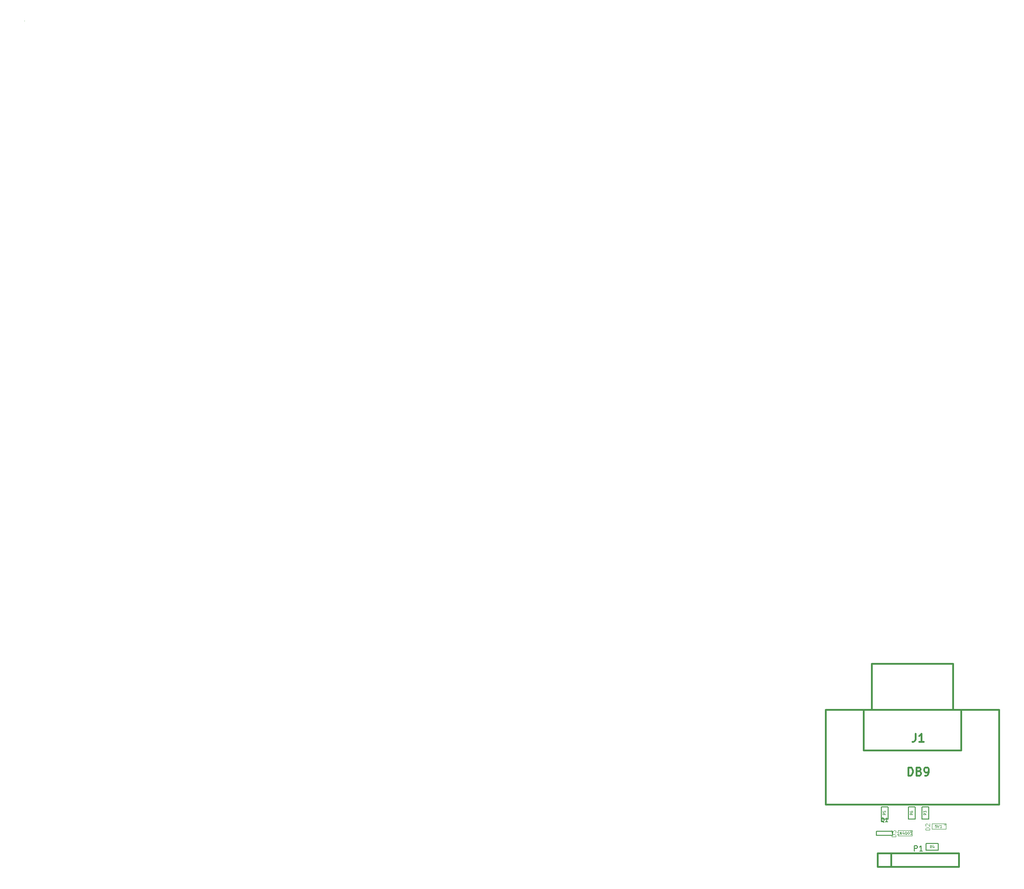
<source format=gto>
G04 (created by PCBNEW (2013-may-18)-stable) date Fri 27 Mar 2015 08:27:45 PM IRDT*
%MOIN*%
G04 Gerber Fmt 3.4, Leading zero omitted, Abs format*
%FSLAX34Y34*%
G01*
G70*
G90*
G04 APERTURE LIST*
%ADD10C,0.00590551*%
%ADD11C,0.005*%
%ADD12C,0.012*%
%ADD13C,0.0031*%
%ADD14C,2.75591e-07*%
%ADD15C,0.0045*%
%ADD16C,0.0047*%
%ADD17C,0.0039*%
%ADD18C,0.0075*%
%ADD19C,0.008*%
G04 APERTURE END LIST*
G54D10*
G54D11*
X65750Y-58050D02*
X65750Y-58950D01*
X65750Y-58950D02*
X65250Y-58950D01*
X65250Y-58950D02*
X65250Y-58050D01*
X65250Y-58050D02*
X65750Y-58050D01*
X66550Y-60750D02*
X67450Y-60750D01*
X67450Y-60750D02*
X67450Y-61250D01*
X67450Y-61250D02*
X66550Y-61250D01*
X66550Y-61250D02*
X66550Y-60750D01*
X63750Y-58050D02*
X63750Y-58950D01*
X63750Y-58950D02*
X63250Y-58950D01*
X63250Y-58950D02*
X63250Y-58050D01*
X63250Y-58050D02*
X63750Y-58050D01*
X66750Y-58050D02*
X66750Y-58950D01*
X66750Y-58950D02*
X66250Y-58950D01*
X66250Y-58950D02*
X66250Y-58050D01*
X66250Y-58050D02*
X66750Y-58050D01*
G54D12*
X59150Y-57900D02*
X71950Y-57900D01*
X71950Y-57900D02*
X71950Y-50900D01*
X71950Y-50900D02*
X59150Y-50900D01*
X59150Y-50900D02*
X59150Y-57900D01*
X61950Y-50900D02*
X61950Y-53900D01*
X61950Y-53900D02*
X69150Y-53900D01*
X69150Y-53900D02*
X69150Y-50900D01*
X62550Y-50900D02*
X62550Y-47500D01*
X62550Y-47500D02*
X68550Y-47500D01*
X68550Y-47500D02*
X68550Y-50900D01*
G54D13*
X65525Y-59862D02*
G75*
G03X65525Y-59862I-62J0D01*
G74*
G01*
X64500Y-60200D02*
X64500Y-59800D01*
X65525Y-60200D02*
X65525Y-59800D01*
X64500Y-59800D02*
X65525Y-59800D01*
X65525Y-60200D02*
X64500Y-60200D01*
X68025Y-59362D02*
G75*
G03X68025Y-59362I-62J0D01*
G74*
G01*
X67000Y-59700D02*
X67000Y-59300D01*
X68025Y-59700D02*
X68025Y-59300D01*
X67000Y-59300D02*
X68025Y-59300D01*
X68025Y-59700D02*
X67000Y-59700D01*
G54D11*
X62900Y-59850D02*
X64100Y-59850D01*
X64100Y-59850D02*
X64100Y-60150D01*
X64100Y-60150D02*
X62900Y-60150D01*
X62900Y-60150D02*
X62900Y-59850D01*
G54D12*
X63000Y-62500D02*
X63000Y-61500D01*
X63000Y-61500D02*
X69000Y-61500D01*
X69000Y-61500D02*
X69000Y-62500D01*
X69000Y-62500D02*
X63000Y-62500D01*
X64000Y-62500D02*
X64000Y-61500D01*
G54D14*
X0Y0D02*
X0Y0D01*
X0Y0D01*
X0Y0D01*
X0Y0D01*
X0Y0D01*
X0Y0D01*
X0Y0D01*
X0Y0D01*
X0Y0D01*
X0Y0D01*
X0Y0D01*
X0Y0D01*
X0Y0D01*
X0Y0D01*
X0Y0D01*
X0Y0D01*
X0Y0D01*
X0Y0D01*
X0Y0D01*
X0Y0D02*
X0Y0D01*
X0Y0D02*
X0Y0D01*
X0Y0D02*
X0Y0D01*
X0Y0D01*
X0Y0D01*
X0Y0D01*
X0Y0D01*
X0Y0D01*
X0Y0D01*
X0Y0D01*
X0Y0D01*
X0Y0D02*
X0Y0D01*
X0Y0D01*
X0Y0D01*
X0Y0D01*
X0Y0D01*
X0Y0D01*
X0Y0D01*
X0Y0D01*
X0Y0D01*
X0Y0D01*
X0Y0D01*
X0Y0D01*
X0Y0D01*
X0Y0D01*
X0Y0D01*
X0Y0D01*
X0Y0D01*
X0Y0D01*
X0Y0D02*
X0Y0D01*
X0Y0D01*
X0Y0D02*
X0Y0D01*
X0Y0D02*
X0Y0D01*
X0Y0D01*
X0Y0D02*
X0Y0D01*
X0Y0D01*
X0Y0D02*
X0Y0D01*
X0Y0D02*
X0Y0D01*
X0Y0D01*
X0Y0D02*
X0Y0D01*
X0Y0D01*
X0Y0D02*
X0Y0D01*
X0Y0D02*
X0Y0D01*
X0Y0D01*
X0Y0D02*
X0Y0D01*
X0Y0D01*
G54D15*
X65580Y-58530D02*
X65485Y-58590D01*
X65580Y-58632D02*
X65380Y-58632D01*
X65380Y-58564D01*
X65390Y-58547D01*
X65400Y-58538D01*
X65419Y-58530D01*
X65447Y-58530D01*
X65466Y-58538D01*
X65476Y-58547D01*
X65485Y-58564D01*
X65485Y-58632D01*
X65380Y-58375D02*
X65380Y-58410D01*
X65390Y-58427D01*
X65400Y-58435D01*
X65428Y-58452D01*
X65466Y-58461D01*
X65542Y-58461D01*
X65561Y-58452D01*
X65571Y-58444D01*
X65580Y-58427D01*
X65580Y-58392D01*
X65571Y-58375D01*
X65561Y-58367D01*
X65542Y-58358D01*
X65495Y-58358D01*
X65476Y-58367D01*
X65466Y-58375D01*
X65457Y-58392D01*
X65457Y-58427D01*
X65466Y-58444D01*
X65476Y-58452D01*
X65495Y-58461D01*
X66970Y-61080D02*
X66910Y-60985D01*
X66867Y-61080D02*
X66867Y-60880D01*
X66935Y-60880D01*
X66952Y-60890D01*
X66961Y-60900D01*
X66970Y-60919D01*
X66970Y-60947D01*
X66961Y-60966D01*
X66952Y-60976D01*
X66935Y-60985D01*
X66867Y-60985D01*
X67124Y-60947D02*
X67124Y-61080D01*
X67081Y-60871D02*
X67038Y-61014D01*
X67150Y-61014D01*
X63580Y-58530D02*
X63485Y-58590D01*
X63580Y-58632D02*
X63380Y-58632D01*
X63380Y-58564D01*
X63390Y-58547D01*
X63400Y-58538D01*
X63419Y-58530D01*
X63447Y-58530D01*
X63466Y-58538D01*
X63476Y-58547D01*
X63485Y-58564D01*
X63485Y-58632D01*
X63380Y-58367D02*
X63380Y-58452D01*
X63476Y-58461D01*
X63466Y-58452D01*
X63457Y-58435D01*
X63457Y-58392D01*
X63466Y-58375D01*
X63476Y-58367D01*
X63495Y-58358D01*
X63542Y-58358D01*
X63561Y-58367D01*
X63571Y-58375D01*
X63580Y-58392D01*
X63580Y-58435D01*
X63571Y-58452D01*
X63561Y-58461D01*
X66580Y-58530D02*
X66485Y-58590D01*
X66580Y-58632D02*
X66380Y-58632D01*
X66380Y-58564D01*
X66390Y-58547D01*
X66400Y-58538D01*
X66419Y-58530D01*
X66447Y-58530D01*
X66466Y-58538D01*
X66476Y-58547D01*
X66485Y-58564D01*
X66485Y-58632D01*
X66380Y-58470D02*
X66380Y-58358D01*
X66457Y-58418D01*
X66457Y-58392D01*
X66466Y-58375D01*
X66476Y-58367D01*
X66495Y-58358D01*
X66542Y-58358D01*
X66561Y-58367D01*
X66571Y-58375D01*
X66580Y-58392D01*
X66580Y-58444D01*
X66571Y-58461D01*
X66561Y-58470D01*
G54D12*
X65800Y-52642D02*
X65800Y-53071D01*
X65771Y-53157D01*
X65714Y-53214D01*
X65628Y-53242D01*
X65571Y-53242D01*
X66400Y-53242D02*
X66057Y-53242D01*
X66228Y-53242D02*
X66228Y-52642D01*
X66171Y-52728D01*
X66114Y-52785D01*
X66057Y-52814D01*
X65257Y-55742D02*
X65257Y-55142D01*
X65400Y-55142D01*
X65485Y-55171D01*
X65542Y-55228D01*
X65571Y-55285D01*
X65600Y-55400D01*
X65600Y-55485D01*
X65571Y-55600D01*
X65542Y-55657D01*
X65485Y-55714D01*
X65400Y-55742D01*
X65257Y-55742D01*
X66057Y-55428D02*
X66142Y-55457D01*
X66171Y-55485D01*
X66200Y-55542D01*
X66200Y-55628D01*
X66171Y-55685D01*
X66142Y-55714D01*
X66085Y-55742D01*
X65857Y-55742D01*
X65857Y-55142D01*
X66057Y-55142D01*
X66114Y-55171D01*
X66142Y-55200D01*
X66171Y-55257D01*
X66171Y-55314D01*
X66142Y-55371D01*
X66114Y-55400D01*
X66057Y-55428D01*
X65857Y-55428D01*
X66485Y-55742D02*
X66600Y-55742D01*
X66657Y-55714D01*
X66685Y-55685D01*
X66742Y-55600D01*
X66771Y-55485D01*
X66771Y-55257D01*
X66742Y-55200D01*
X66714Y-55171D01*
X66657Y-55142D01*
X66542Y-55142D01*
X66485Y-55171D01*
X66457Y-55200D01*
X66428Y-55257D01*
X66428Y-55400D01*
X66457Y-55457D01*
X66485Y-55485D01*
X66542Y-55514D01*
X66657Y-55514D01*
X66714Y-55485D01*
X66742Y-55457D01*
X66771Y-55400D01*
G54D16*
X64334Y-60260D02*
X64034Y-60260D01*
X64034Y-60189D01*
X64048Y-60146D01*
X64077Y-60117D01*
X64105Y-60103D01*
X64163Y-60089D01*
X64205Y-60089D01*
X64263Y-60103D01*
X64291Y-60117D01*
X64320Y-60146D01*
X64334Y-60189D01*
X64334Y-60260D01*
X64034Y-59989D02*
X64034Y-59803D01*
X64148Y-59903D01*
X64148Y-59860D01*
X64163Y-59831D01*
X64177Y-59817D01*
X64205Y-59803D01*
X64277Y-59803D01*
X64305Y-59817D01*
X64320Y-59831D01*
X64334Y-59860D01*
X64334Y-59946D01*
X64320Y-59974D01*
X64305Y-59989D01*
G54D17*
X64552Y-60079D02*
X64440Y-60079D01*
X64496Y-60079D02*
X64496Y-59882D01*
X64477Y-59910D01*
X64459Y-59929D01*
X64440Y-59939D01*
X64637Y-60079D02*
X64637Y-59882D01*
X64749Y-60079D01*
X64749Y-59882D01*
X64928Y-59948D02*
X64928Y-60079D01*
X64881Y-59873D02*
X64834Y-60014D01*
X64956Y-60014D01*
X65068Y-59882D02*
X65087Y-59882D01*
X65106Y-59892D01*
X65115Y-59901D01*
X65125Y-59920D01*
X65134Y-59957D01*
X65134Y-60004D01*
X65125Y-60042D01*
X65115Y-60060D01*
X65106Y-60070D01*
X65087Y-60079D01*
X65068Y-60079D01*
X65050Y-60070D01*
X65040Y-60060D01*
X65031Y-60042D01*
X65021Y-60004D01*
X65021Y-59957D01*
X65031Y-59920D01*
X65040Y-59901D01*
X65050Y-59892D01*
X65068Y-59882D01*
X65256Y-59882D02*
X65275Y-59882D01*
X65293Y-59892D01*
X65303Y-59901D01*
X65312Y-59920D01*
X65322Y-59957D01*
X65322Y-60004D01*
X65312Y-60042D01*
X65303Y-60060D01*
X65293Y-60070D01*
X65275Y-60079D01*
X65256Y-60079D01*
X65237Y-60070D01*
X65228Y-60060D01*
X65218Y-60042D01*
X65209Y-60004D01*
X65209Y-59957D01*
X65218Y-59920D01*
X65228Y-59901D01*
X65237Y-59892D01*
X65256Y-59882D01*
X65509Y-60079D02*
X65397Y-60079D01*
X65453Y-60079D02*
X65453Y-59882D01*
X65434Y-59910D01*
X65415Y-59929D01*
X65397Y-59939D01*
G54D16*
X66834Y-59760D02*
X66534Y-59760D01*
X66534Y-59689D01*
X66548Y-59646D01*
X66577Y-59617D01*
X66605Y-59603D01*
X66663Y-59589D01*
X66705Y-59589D01*
X66763Y-59603D01*
X66791Y-59617D01*
X66820Y-59646D01*
X66834Y-59689D01*
X66834Y-59760D01*
X66563Y-59474D02*
X66548Y-59460D01*
X66534Y-59431D01*
X66534Y-59360D01*
X66548Y-59331D01*
X66563Y-59317D01*
X66591Y-59303D01*
X66620Y-59303D01*
X66663Y-59317D01*
X66834Y-59489D01*
X66834Y-59303D01*
G54D17*
X67343Y-59382D02*
X67249Y-59382D01*
X67240Y-59476D01*
X67249Y-59467D01*
X67268Y-59457D01*
X67315Y-59457D01*
X67334Y-59467D01*
X67343Y-59476D01*
X67353Y-59495D01*
X67353Y-59542D01*
X67343Y-59560D01*
X67334Y-59570D01*
X67315Y-59579D01*
X67268Y-59579D01*
X67249Y-59570D01*
X67240Y-59560D01*
X67409Y-59382D02*
X67475Y-59579D01*
X67540Y-59382D01*
X67709Y-59579D02*
X67596Y-59579D01*
X67653Y-59579D02*
X67653Y-59382D01*
X67634Y-59410D01*
X67615Y-59429D01*
X67596Y-59439D01*
G54D18*
X63471Y-59200D02*
X63442Y-59185D01*
X63414Y-59157D01*
X63371Y-59114D01*
X63342Y-59100D01*
X63314Y-59100D01*
X63328Y-59171D02*
X63300Y-59157D01*
X63271Y-59128D01*
X63257Y-59071D01*
X63257Y-58971D01*
X63271Y-58914D01*
X63300Y-58885D01*
X63328Y-58871D01*
X63385Y-58871D01*
X63414Y-58885D01*
X63442Y-58914D01*
X63457Y-58971D01*
X63457Y-59071D01*
X63442Y-59128D01*
X63414Y-59157D01*
X63385Y-59171D01*
X63328Y-59171D01*
X63742Y-59171D02*
X63571Y-59171D01*
X63657Y-59171D02*
X63657Y-58871D01*
X63628Y-58914D01*
X63600Y-58942D01*
X63571Y-58957D01*
G54D19*
X65704Y-61311D02*
X65704Y-60911D01*
X65857Y-60911D01*
X65895Y-60930D01*
X65914Y-60950D01*
X65933Y-60988D01*
X65933Y-61045D01*
X65914Y-61083D01*
X65895Y-61102D01*
X65857Y-61121D01*
X65704Y-61121D01*
X66314Y-61311D02*
X66085Y-61311D01*
X66200Y-61311D02*
X66200Y-60911D01*
X66161Y-60969D01*
X66123Y-61007D01*
X66085Y-61026D01*
M02*

</source>
